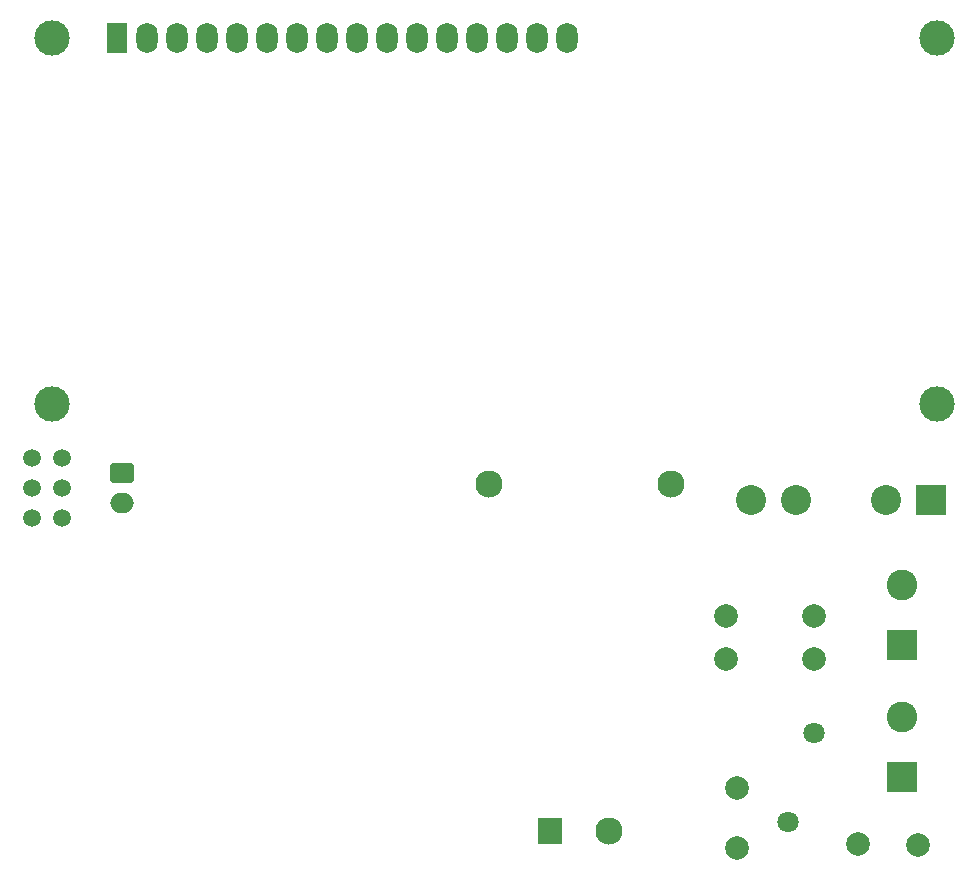
<source format=gbr>
%TF.GenerationSoftware,KiCad,Pcbnew,(7.0.0)*%
%TF.CreationDate,2023-08-02T11:08:07+03:00*%
%TF.ProjectId,Digital_Timer_Switch,44696769-7461-46c5-9f54-696d65725f53,rev?*%
%TF.SameCoordinates,Original*%
%TF.FileFunction,Soldermask,Bot*%
%TF.FilePolarity,Negative*%
%FSLAX46Y46*%
G04 Gerber Fmt 4.6, Leading zero omitted, Abs format (unit mm)*
G04 Created by KiCad (PCBNEW (7.0.0)) date 2023-08-02 11:08:07*
%MOMM*%
%LPD*%
G01*
G04 APERTURE LIST*
G04 Aperture macros list*
%AMRoundRect*
0 Rectangle with rounded corners*
0 $1 Rounding radius*
0 $2 $3 $4 $5 $6 $7 $8 $9 X,Y pos of 4 corners*
0 Add a 4 corners polygon primitive as box body*
4,1,4,$2,$3,$4,$5,$6,$7,$8,$9,$2,$3,0*
0 Add four circle primitives for the rounded corners*
1,1,$1+$1,$2,$3*
1,1,$1+$1,$4,$5*
1,1,$1+$1,$6,$7*
1,1,$1+$1,$8,$9*
0 Add four rect primitives between the rounded corners*
20,1,$1+$1,$2,$3,$4,$5,0*
20,1,$1+$1,$4,$5,$6,$7,0*
20,1,$1+$1,$6,$7,$8,$9,0*
20,1,$1+$1,$8,$9,$2,$3,0*%
G04 Aperture macros list end*
%ADD10R,2.540000X2.540000*%
%ADD11C,2.540000*%
%ADD12R,2.600000X2.600000*%
%ADD13C,2.600000*%
%ADD14C,2.000000*%
%ADD15RoundRect,0.250000X-0.750000X0.600000X-0.750000X-0.600000X0.750000X-0.600000X0.750000X0.600000X0*%
%ADD16O,2.000000X1.700000*%
%ADD17C,3.000000*%
%ADD18R,1.800000X2.600000*%
%ADD19O,1.800000X2.600000*%
%ADD20C,1.800000*%
%ADD21R,2.000000X2.300000*%
%ADD22C,2.300000*%
%ADD23C,1.500000*%
G04 APERTURE END LIST*
D10*
%TO.C,U202*%
X181305199Y-109092999D03*
D11*
X177495200Y-109093000D03*
X169875200Y-109093000D03*
X166065200Y-109093000D03*
%TD*%
D12*
%TO.C,J101*%
X178892199Y-132527999D03*
D13*
X178892200Y-127448000D03*
%TD*%
D14*
%TO.C,C207*%
X163966200Y-118872000D03*
X171466200Y-118872000D03*
%TD*%
%TO.C,C206*%
X163966200Y-122555000D03*
X171466200Y-122555000D03*
%TD*%
D15*
%TO.C,J102*%
X112819200Y-106803500D03*
D16*
X112819199Y-109303499D03*
%TD*%
D17*
%TO.C,DS401*%
X106883200Y-69977000D03*
X106883200Y-100977700D03*
X181881780Y-100977700D03*
X181882300Y-69977000D03*
D18*
X112382299Y-69976999D03*
D19*
X114922299Y-69976999D03*
X117462299Y-69976999D03*
X120002299Y-69976999D03*
X122542299Y-69976999D03*
X125082299Y-69976999D03*
X127622299Y-69976999D03*
X130162299Y-69976999D03*
X132702299Y-69976999D03*
X135242299Y-69976999D03*
X137782299Y-69976999D03*
X140322299Y-69976999D03*
X142862299Y-69976999D03*
X145402299Y-69976999D03*
X147942299Y-69976999D03*
X150482299Y-69976999D03*
%TD*%
D20*
%TO.C,MOV201*%
X169229700Y-136311000D03*
X171429700Y-128811000D03*
%TD*%
D14*
%TO.C,TH201*%
X164922200Y-138557000D03*
X164932200Y-133477000D03*
%TD*%
D21*
%TO.C,PS201*%
X149087199Y-137117499D03*
D22*
X154087200Y-137117500D03*
X143887200Y-107717500D03*
X159287200Y-107717500D03*
%TD*%
D12*
%TO.C,J103*%
X178892199Y-121356999D03*
D13*
X178892200Y-116277000D03*
%TD*%
D14*
%TO.C,F201*%
X175158200Y-138243000D03*
X180238200Y-138253000D03*
%TD*%
D23*
%TO.C,TP306*%
X105232200Y-105537000D03*
%TD*%
%TO.C,TP303*%
X107772200Y-108077000D03*
%TD*%
%TO.C,TP301*%
X107772200Y-110617000D03*
%TD*%
%TO.C,TP304*%
X105232200Y-108077000D03*
%TD*%
%TO.C,TP302*%
X105232200Y-110617000D03*
%TD*%
%TO.C,TP305*%
X107772200Y-105537000D03*
%TD*%
M02*

</source>
